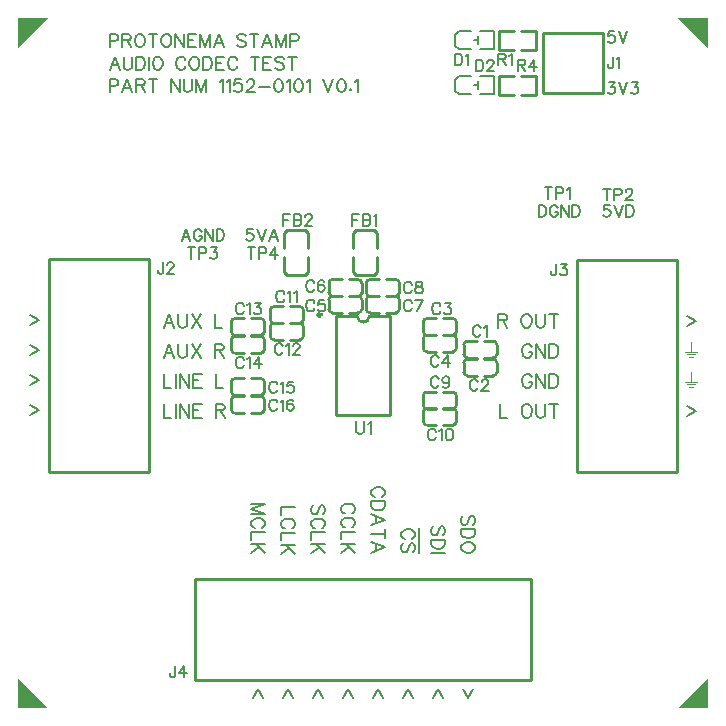
<source format=gto>
G04 Layer: TopSilkscreenLayer*
G04 Panelize: V-CUT, Column: 2, Row: 2, Board Size: 58.42mm x 58.42mm, Panelized Board Size: 118.84mm x 118.84mm*
G04 EasyEDA v6.5.34, 2023-09-29 09:18:30*
G04 c9dbed2a3e91448aa0af638ac9ff533e,5a6b42c53f6a479593ecc07194224c93,10*
G04 Gerber Generator version 0.2*
G04 Scale: 100 percent, Rotated: No, Reflected: No *
G04 Dimensions in millimeters *
G04 leading zeros omitted , absolute positions ,4 integer and 5 decimal *
%FSLAX45Y45*%
%MOMM*%

%ADD10C,0.1524*%
%ADD11C,0.1270*%
%ADD12C,0.2540*%
%ADD13C,0.1500*%
%ADD14C,0.3000*%
%ADD15C,0.0152*%

%LPD*%
G36*
X5697982Y3100578D02*
G01*
X5697982Y3013456D01*
X5645404Y3013456D01*
X5645404Y3005328D01*
X5759196Y3005328D01*
X5759196Y3013456D01*
X5706618Y3013456D01*
X5706618Y3100578D01*
G37*
G36*
X5664962Y2991866D02*
G01*
X5664962Y2983738D01*
X5739638Y2983738D01*
X5739638Y2991866D01*
G37*
G36*
X5682742Y2970022D02*
G01*
X5682742Y2962402D01*
X5721858Y2962402D01*
X5721858Y2970022D01*
G37*
G36*
X5697982Y2846578D02*
G01*
X5697982Y2759456D01*
X5645404Y2759456D01*
X5645404Y2751328D01*
X5759196Y2751328D01*
X5759196Y2759456D01*
X5706618Y2759456D01*
X5706618Y2846578D01*
G37*
G36*
X5664962Y2737866D02*
G01*
X5664962Y2729738D01*
X5739638Y2729738D01*
X5739638Y2737866D01*
G37*
G36*
X5682742Y2716022D02*
G01*
X5682742Y2708402D01*
X5721858Y2708402D01*
X5721858Y2716022D01*
G37*
D10*
X774700Y5322315D02*
G01*
X774700Y5213350D01*
X774700Y5322315D02*
G01*
X821436Y5322315D01*
X836929Y5317236D01*
X842263Y5311902D01*
X847344Y5301487D01*
X847344Y5285994D01*
X842263Y5275579D01*
X836929Y5270500D01*
X821436Y5265165D01*
X774700Y5265165D01*
X923289Y5322315D02*
G01*
X881634Y5213350D01*
X923289Y5322315D02*
G01*
X964945Y5213350D01*
X897381Y5249671D02*
G01*
X949197Y5249671D01*
X999236Y5322315D02*
G01*
X999236Y5213350D01*
X999236Y5322315D02*
G01*
X1045971Y5322315D01*
X1061465Y5317236D01*
X1066800Y5311902D01*
X1071879Y5301487D01*
X1071879Y5291073D01*
X1066800Y5280660D01*
X1061465Y5275579D01*
X1045971Y5270500D01*
X999236Y5270500D01*
X1035557Y5270500D02*
G01*
X1071879Y5213350D01*
X1142492Y5322315D02*
G01*
X1142492Y5213350D01*
X1106170Y5322315D02*
G01*
X1178813Y5322315D01*
X1293113Y5322315D02*
G01*
X1293113Y5213350D01*
X1293113Y5322315D02*
G01*
X1366012Y5213350D01*
X1366012Y5322315D02*
G01*
X1366012Y5213350D01*
X1400302Y5322315D02*
G01*
X1400302Y5244337D01*
X1405381Y5228844D01*
X1415795Y5218429D01*
X1431289Y5213350D01*
X1441704Y5213350D01*
X1457452Y5218429D01*
X1467865Y5228844D01*
X1472945Y5244337D01*
X1472945Y5322315D01*
X1507236Y5322315D02*
G01*
X1507236Y5213350D01*
X1507236Y5322315D02*
G01*
X1548892Y5213350D01*
X1590294Y5322315D02*
G01*
X1548892Y5213350D01*
X1590294Y5322315D02*
G01*
X1590294Y5213350D01*
X1704594Y5301487D02*
G01*
X1715007Y5306821D01*
X1730755Y5322315D01*
X1730755Y5213350D01*
X1765045Y5301487D02*
G01*
X1775460Y5306821D01*
X1790954Y5322315D01*
X1790954Y5213350D01*
X1887473Y5322315D02*
G01*
X1835657Y5322315D01*
X1830323Y5275579D01*
X1835657Y5280660D01*
X1851152Y5285994D01*
X1866900Y5285994D01*
X1882394Y5280660D01*
X1892807Y5270500D01*
X1897887Y5254752D01*
X1897887Y5244337D01*
X1892807Y5228844D01*
X1882394Y5218429D01*
X1866900Y5213350D01*
X1851152Y5213350D01*
X1835657Y5218429D01*
X1830323Y5223510D01*
X1825244Y5233923D01*
X1937511Y5296407D02*
G01*
X1937511Y5301487D01*
X1942591Y5311902D01*
X1947925Y5317236D01*
X1958340Y5322315D01*
X1978913Y5322315D01*
X1989327Y5317236D01*
X1994661Y5311902D01*
X1999741Y5301487D01*
X1999741Y5291073D01*
X1994661Y5280660D01*
X1984247Y5265165D01*
X1932177Y5213350D01*
X2005075Y5213350D01*
X2039365Y5260086D02*
G01*
X2132838Y5260086D01*
X2198370Y5322315D02*
G01*
X2182622Y5317236D01*
X2172208Y5301487D01*
X2167127Y5275579D01*
X2167127Y5260086D01*
X2172208Y5233923D01*
X2182622Y5218429D01*
X2198370Y5213350D01*
X2208529Y5213350D01*
X2224277Y5218429D01*
X2234691Y5233923D01*
X2239772Y5260086D01*
X2239772Y5275579D01*
X2234691Y5301487D01*
X2224277Y5317236D01*
X2208529Y5322315D01*
X2198370Y5322315D01*
X2274061Y5301487D02*
G01*
X2284475Y5306821D01*
X2299970Y5322315D01*
X2299970Y5213350D01*
X2365502Y5322315D02*
G01*
X2350008Y5317236D01*
X2339593Y5301487D01*
X2334259Y5275579D01*
X2334259Y5260086D01*
X2339593Y5233923D01*
X2350008Y5218429D01*
X2365502Y5213350D01*
X2375915Y5213350D01*
X2391409Y5218429D01*
X2401824Y5233923D01*
X2407158Y5260086D01*
X2407158Y5275579D01*
X2401824Y5301487D01*
X2391409Y5317236D01*
X2375915Y5322315D01*
X2365502Y5322315D01*
X2441447Y5301487D02*
G01*
X2451861Y5306821D01*
X2467356Y5322315D01*
X2467356Y5213350D01*
X2581656Y5322315D02*
G01*
X2623311Y5213350D01*
X2664713Y5322315D02*
G01*
X2623311Y5213350D01*
X2730245Y5322315D02*
G01*
X2714752Y5317236D01*
X2704338Y5301487D01*
X2699004Y5275579D01*
X2699004Y5260086D01*
X2704338Y5233923D01*
X2714752Y5218429D01*
X2730245Y5213350D01*
X2740659Y5213350D01*
X2756154Y5218429D01*
X2766568Y5233923D01*
X2771902Y5260086D01*
X2771902Y5275579D01*
X2766568Y5301487D01*
X2756154Y5317236D01*
X2740659Y5322315D01*
X2730245Y5322315D01*
X2811272Y5239257D02*
G01*
X2806191Y5233923D01*
X2811272Y5228844D01*
X2816606Y5233923D01*
X2811272Y5239257D01*
X2850895Y5301487D02*
G01*
X2861309Y5306821D01*
X2876804Y5322315D01*
X2876804Y5213350D01*
X816355Y5512815D02*
G01*
X774700Y5403850D01*
X816355Y5512815D02*
G01*
X857757Y5403850D01*
X790194Y5440171D02*
G01*
X842263Y5440171D01*
X892047Y5512815D02*
G01*
X892047Y5434837D01*
X897381Y5419344D01*
X907795Y5408929D01*
X923289Y5403850D01*
X933704Y5403850D01*
X949197Y5408929D01*
X959612Y5419344D01*
X964945Y5434837D01*
X964945Y5512815D01*
X999236Y5512815D02*
G01*
X999236Y5403850D01*
X999236Y5512815D02*
G01*
X1035557Y5512815D01*
X1051052Y5507736D01*
X1061465Y5497321D01*
X1066800Y5486907D01*
X1071879Y5471160D01*
X1071879Y5445252D01*
X1066800Y5429757D01*
X1061465Y5419344D01*
X1051052Y5408929D01*
X1035557Y5403850D01*
X999236Y5403850D01*
X1106170Y5512815D02*
G01*
X1106170Y5403850D01*
X1171702Y5512815D02*
G01*
X1161287Y5507736D01*
X1150873Y5497321D01*
X1145539Y5486907D01*
X1140460Y5471160D01*
X1140460Y5445252D01*
X1145539Y5429757D01*
X1150873Y5419344D01*
X1161287Y5408929D01*
X1171702Y5403850D01*
X1192529Y5403850D01*
X1202689Y5408929D01*
X1213104Y5419344D01*
X1218437Y5429757D01*
X1223518Y5445252D01*
X1223518Y5471160D01*
X1218437Y5486907D01*
X1213104Y5497321D01*
X1202689Y5507736D01*
X1192529Y5512815D01*
X1171702Y5512815D01*
X1415795Y5486907D02*
G01*
X1410715Y5497321D01*
X1400302Y5507736D01*
X1389887Y5512815D01*
X1369060Y5512815D01*
X1358645Y5507736D01*
X1348231Y5497321D01*
X1343152Y5486907D01*
X1337818Y5471160D01*
X1337818Y5445252D01*
X1343152Y5429757D01*
X1348231Y5419344D01*
X1358645Y5408929D01*
X1369060Y5403850D01*
X1389887Y5403850D01*
X1400302Y5408929D01*
X1410715Y5419344D01*
X1415795Y5429757D01*
X1481328Y5512815D02*
G01*
X1470913Y5507736D01*
X1460500Y5497321D01*
X1455420Y5486907D01*
X1450086Y5471160D01*
X1450086Y5445252D01*
X1455420Y5429757D01*
X1460500Y5419344D01*
X1470913Y5408929D01*
X1481328Y5403850D01*
X1502155Y5403850D01*
X1512570Y5408929D01*
X1522729Y5419344D01*
X1528063Y5429757D01*
X1533144Y5445252D01*
X1533144Y5471160D01*
X1528063Y5486907D01*
X1522729Y5497321D01*
X1512570Y5507736D01*
X1502155Y5512815D01*
X1481328Y5512815D01*
X1567434Y5512815D02*
G01*
X1567434Y5403850D01*
X1567434Y5512815D02*
G01*
X1604010Y5512815D01*
X1619504Y5507736D01*
X1629918Y5497321D01*
X1634997Y5486907D01*
X1640331Y5471160D01*
X1640331Y5445252D01*
X1634997Y5429757D01*
X1629918Y5419344D01*
X1619504Y5408929D01*
X1604010Y5403850D01*
X1567434Y5403850D01*
X1674621Y5512815D02*
G01*
X1674621Y5403850D01*
X1674621Y5512815D02*
G01*
X1742186Y5512815D01*
X1674621Y5461000D02*
G01*
X1716023Y5461000D01*
X1674621Y5403850D02*
G01*
X1742186Y5403850D01*
X1854200Y5486907D02*
G01*
X1849120Y5497321D01*
X1838705Y5507736D01*
X1828292Y5512815D01*
X1807463Y5512815D01*
X1797050Y5507736D01*
X1786889Y5497321D01*
X1781555Y5486907D01*
X1776476Y5471160D01*
X1776476Y5445252D01*
X1781555Y5429757D01*
X1786889Y5419344D01*
X1797050Y5408929D01*
X1807463Y5403850D01*
X1828292Y5403850D01*
X1838705Y5408929D01*
X1849120Y5419344D01*
X1854200Y5429757D01*
X2005075Y5512815D02*
G01*
X2005075Y5403850D01*
X1968500Y5512815D02*
G01*
X2041397Y5512815D01*
X2075688Y5512815D02*
G01*
X2075688Y5403850D01*
X2075688Y5512815D02*
G01*
X2143252Y5512815D01*
X2075688Y5461000D02*
G01*
X2117090Y5461000D01*
X2075688Y5403850D02*
G01*
X2143252Y5403850D01*
X2250186Y5497321D02*
G01*
X2239772Y5507736D01*
X2224277Y5512815D01*
X2203450Y5512815D01*
X2187956Y5507736D01*
X2177541Y5497321D01*
X2177541Y5486907D01*
X2182622Y5476494D01*
X2187956Y5471160D01*
X2198370Y5466079D01*
X2229358Y5455665D01*
X2239772Y5450586D01*
X2245106Y5445252D01*
X2250186Y5434837D01*
X2250186Y5419344D01*
X2239772Y5408929D01*
X2224277Y5403850D01*
X2203450Y5403850D01*
X2187956Y5408929D01*
X2177541Y5419344D01*
X2320797Y5512815D02*
G01*
X2320797Y5403850D01*
X2284475Y5512815D02*
G01*
X2357120Y5512815D01*
X774700Y5703315D02*
G01*
X774700Y5594350D01*
X774700Y5703315D02*
G01*
X821436Y5703315D01*
X836929Y5698236D01*
X842263Y5692902D01*
X847344Y5682487D01*
X847344Y5666994D01*
X842263Y5656579D01*
X836929Y5651500D01*
X821436Y5646165D01*
X774700Y5646165D01*
X881634Y5703315D02*
G01*
X881634Y5594350D01*
X881634Y5703315D02*
G01*
X928370Y5703315D01*
X944118Y5698236D01*
X949197Y5692902D01*
X954531Y5682487D01*
X954531Y5672073D01*
X949197Y5661660D01*
X944118Y5656579D01*
X928370Y5651500D01*
X881634Y5651500D01*
X918210Y5651500D02*
G01*
X954531Y5594350D01*
X1019810Y5703315D02*
G01*
X1009650Y5698236D01*
X999236Y5687821D01*
X993902Y5677407D01*
X988821Y5661660D01*
X988821Y5635752D01*
X993902Y5620257D01*
X999236Y5609844D01*
X1009650Y5599429D01*
X1019810Y5594350D01*
X1040637Y5594350D01*
X1051052Y5599429D01*
X1061465Y5609844D01*
X1066800Y5620257D01*
X1071879Y5635752D01*
X1071879Y5661660D01*
X1066800Y5677407D01*
X1061465Y5687821D01*
X1051052Y5698236D01*
X1040637Y5703315D01*
X1019810Y5703315D01*
X1142492Y5703315D02*
G01*
X1142492Y5594350D01*
X1106170Y5703315D02*
G01*
X1178813Y5703315D01*
X1244345Y5703315D02*
G01*
X1233931Y5698236D01*
X1223518Y5687821D01*
X1218437Y5677407D01*
X1213104Y5661660D01*
X1213104Y5635752D01*
X1218437Y5620257D01*
X1223518Y5609844D01*
X1233931Y5599429D01*
X1244345Y5594350D01*
X1265173Y5594350D01*
X1275587Y5599429D01*
X1286002Y5609844D01*
X1291081Y5620257D01*
X1296415Y5635752D01*
X1296415Y5661660D01*
X1291081Y5677407D01*
X1286002Y5687821D01*
X1275587Y5698236D01*
X1265173Y5703315D01*
X1244345Y5703315D01*
X1330705Y5703315D02*
G01*
X1330705Y5594350D01*
X1330705Y5703315D02*
G01*
X1403350Y5594350D01*
X1403350Y5703315D02*
G01*
X1403350Y5594350D01*
X1437639Y5703315D02*
G01*
X1437639Y5594350D01*
X1437639Y5703315D02*
G01*
X1505204Y5703315D01*
X1437639Y5651500D02*
G01*
X1479295Y5651500D01*
X1437639Y5594350D02*
G01*
X1505204Y5594350D01*
X1539494Y5703315D02*
G01*
X1539494Y5594350D01*
X1539494Y5703315D02*
G01*
X1581150Y5594350D01*
X1622552Y5703315D02*
G01*
X1581150Y5594350D01*
X1622552Y5703315D02*
G01*
X1622552Y5594350D01*
X1698497Y5703315D02*
G01*
X1656842Y5594350D01*
X1698497Y5703315D02*
G01*
X1739900Y5594350D01*
X1672589Y5630671D02*
G01*
X1724405Y5630671D01*
X1927097Y5687821D02*
G01*
X1916684Y5698236D01*
X1901189Y5703315D01*
X1880362Y5703315D01*
X1864613Y5698236D01*
X1854200Y5687821D01*
X1854200Y5677407D01*
X1859534Y5666994D01*
X1864613Y5661660D01*
X1875028Y5656579D01*
X1906270Y5646165D01*
X1916684Y5641086D01*
X1921763Y5635752D01*
X1927097Y5625337D01*
X1927097Y5609844D01*
X1916684Y5599429D01*
X1901189Y5594350D01*
X1880362Y5594350D01*
X1864613Y5599429D01*
X1854200Y5609844D01*
X1997709Y5703315D02*
G01*
X1997709Y5594350D01*
X1961388Y5703315D02*
G01*
X2034031Y5703315D01*
X2109977Y5703315D02*
G01*
X2068322Y5594350D01*
X2109977Y5703315D02*
G01*
X2151379Y5594350D01*
X2084070Y5630671D02*
G01*
X2135886Y5630671D01*
X2185670Y5703315D02*
G01*
X2185670Y5594350D01*
X2185670Y5703315D02*
G01*
X2227325Y5594350D01*
X2268981Y5703315D02*
G01*
X2227325Y5594350D01*
X2268981Y5703315D02*
G01*
X2268981Y5594350D01*
X2303272Y5703315D02*
G01*
X2303272Y5594350D01*
X2303272Y5703315D02*
G01*
X2350008Y5703315D01*
X2365502Y5698236D01*
X2370836Y5692902D01*
X2375915Y5682487D01*
X2375915Y5666994D01*
X2370836Y5656579D01*
X2365502Y5651500D01*
X2350008Y5646165D01*
X2303272Y5646165D01*
X5045709Y5726937D02*
G01*
X5000243Y5726937D01*
X4995672Y5686044D01*
X5000243Y5690615D01*
X5013706Y5695187D01*
X5027422Y5695187D01*
X5041138Y5690615D01*
X5050281Y5681471D01*
X5054854Y5668010D01*
X5054854Y5658865D01*
X5050281Y5645150D01*
X5041138Y5636005D01*
X5027422Y5631434D01*
X5013706Y5631434D01*
X5000243Y5636005D01*
X4995672Y5640578D01*
X4991100Y5649721D01*
X5084825Y5726937D02*
G01*
X5121147Y5631434D01*
X5157470Y5726937D02*
G01*
X5121147Y5631434D01*
X5036565Y5511037D02*
G01*
X5036565Y5438394D01*
X5031993Y5424678D01*
X5027422Y5420105D01*
X5018277Y5415534D01*
X5009388Y5415534D01*
X5000243Y5420105D01*
X4995672Y5424678D01*
X4991100Y5438394D01*
X4991100Y5447537D01*
X5066538Y5493004D02*
G01*
X5075681Y5497576D01*
X5089397Y5511037D01*
X5089397Y5415534D01*
X5000243Y5295137D02*
G01*
X5050281Y5295137D01*
X5022850Y5258815D01*
X5036565Y5258815D01*
X5045709Y5254244D01*
X5050281Y5249671D01*
X5054854Y5236210D01*
X5054854Y5227065D01*
X5050281Y5213350D01*
X5041138Y5204205D01*
X5027422Y5199634D01*
X5013706Y5199634D01*
X5000243Y5204205D01*
X4995672Y5208778D01*
X4991100Y5217921D01*
X5084825Y5295137D02*
G01*
X5121147Y5199634D01*
X5157470Y5295137D02*
G01*
X5121147Y5199634D01*
X5196586Y5295137D02*
G01*
X5246624Y5295137D01*
X5219191Y5258815D01*
X5232908Y5258815D01*
X5242052Y5254244D01*
X5246624Y5249671D01*
X5251195Y5236210D01*
X5251195Y5227065D01*
X5246624Y5213350D01*
X5237479Y5204205D01*
X5223763Y5199634D01*
X5210302Y5199634D01*
X5196586Y5204205D01*
X5192013Y5208778D01*
X5187441Y5217921D01*
X3848963Y155905D02*
G01*
X3808069Y83261D01*
X3767175Y155905D01*
X3594973Y83215D02*
G01*
X3554079Y156113D01*
X3513185Y83215D01*
X3340973Y83215D02*
G01*
X3300079Y156113D01*
X3259185Y83215D01*
X3086973Y83215D02*
G01*
X3046079Y156113D01*
X3005185Y83215D01*
X2832973Y83215D02*
G01*
X2792079Y156113D01*
X2751185Y83215D01*
X2578973Y83215D02*
G01*
X2538079Y156113D01*
X2497185Y83215D01*
X2324973Y83215D02*
G01*
X2284079Y156113D01*
X2243185Y83215D01*
X2070973Y83215D02*
G01*
X2030079Y156113D01*
X1989185Y83215D01*
X1328165Y354837D02*
G01*
X1328165Y282194D01*
X1323594Y268478D01*
X1319021Y263905D01*
X1309878Y259334D01*
X1300987Y259334D01*
X1291844Y263905D01*
X1287271Y268478D01*
X1282700Y282194D01*
X1282700Y291337D01*
X1403604Y354837D02*
G01*
X1358137Y291337D01*
X1426210Y291337D01*
X1403604Y354837D02*
G01*
X1403604Y259334D01*
X5664200Y3313176D02*
G01*
X5736843Y3272281D01*
X5664200Y3231134D01*
X5664200Y2551176D02*
G01*
X5736843Y2510281D01*
X5664200Y2469134D01*
X4553965Y3758437D02*
G01*
X4553965Y3685794D01*
X4549393Y3672078D01*
X4544822Y3667505D01*
X4535677Y3662934D01*
X4526788Y3662934D01*
X4517643Y3667505D01*
X4513072Y3672078D01*
X4508500Y3685794D01*
X4508500Y3694937D01*
X4593081Y3758437D02*
G01*
X4643120Y3758437D01*
X4615688Y3722115D01*
X4629404Y3722115D01*
X4638547Y3717544D01*
X4643120Y3712971D01*
X4647691Y3699510D01*
X4647691Y3690365D01*
X4643120Y3676650D01*
X4633975Y3667505D01*
X4620259Y3662934D01*
X4606797Y3662934D01*
X4593081Y3667505D01*
X4588509Y3672078D01*
X4583938Y3681221D01*
X4064000Y3334257D02*
G01*
X4064000Y3219704D01*
X4064000Y3334257D02*
G01*
X4113022Y3334257D01*
X4129531Y3328670D01*
X4134865Y3323336D01*
X4140454Y3312413D01*
X4140454Y3301492D01*
X4134865Y3290570D01*
X4129531Y3284981D01*
X4113022Y3279647D01*
X4064000Y3279647D01*
X4102100Y3279647D02*
G01*
X4140454Y3219704D01*
X4293108Y3334257D02*
G01*
X4282186Y3328670D01*
X4271263Y3317747D01*
X4265929Y3306826D01*
X4260341Y3290570D01*
X4260341Y3263392D01*
X4265929Y3246881D01*
X4271263Y3235960D01*
X4282186Y3225037D01*
X4293108Y3219704D01*
X4314952Y3219704D01*
X4325874Y3225037D01*
X4336795Y3235960D01*
X4342129Y3246881D01*
X4347718Y3263392D01*
X4347718Y3290570D01*
X4342129Y3306826D01*
X4336795Y3317747D01*
X4325874Y3328670D01*
X4314952Y3334257D01*
X4293108Y3334257D01*
X4383531Y3334257D02*
G01*
X4383531Y3252470D01*
X4389120Y3235960D01*
X4400041Y3225037D01*
X4416297Y3219704D01*
X4427220Y3219704D01*
X4443729Y3225037D01*
X4454652Y3235960D01*
X4459986Y3252470D01*
X4459986Y3334257D01*
X4534154Y3334257D02*
G01*
X4534154Y3219704D01*
X4496054Y3334257D02*
G01*
X4572254Y3334257D01*
X4076700Y2572257D02*
G01*
X4076700Y2457704D01*
X4076700Y2457704D02*
G01*
X4142231Y2457704D01*
X4294886Y2572257D02*
G01*
X4283963Y2566670D01*
X4273041Y2555747D01*
X4267708Y2544826D01*
X4262120Y2528570D01*
X4262120Y2501392D01*
X4267708Y2484881D01*
X4273041Y2473960D01*
X4283963Y2463037D01*
X4294886Y2457704D01*
X4316729Y2457704D01*
X4327652Y2463037D01*
X4338574Y2473960D01*
X4343908Y2484881D01*
X4349495Y2501392D01*
X4349495Y2528570D01*
X4343908Y2544826D01*
X4338574Y2555747D01*
X4327652Y2566670D01*
X4316729Y2572257D01*
X4294886Y2572257D01*
X4385309Y2572257D02*
G01*
X4385309Y2490470D01*
X4390897Y2473960D01*
X4401820Y2463037D01*
X4418075Y2457704D01*
X4428997Y2457704D01*
X4445508Y2463037D01*
X4456429Y2473960D01*
X4461763Y2490470D01*
X4461763Y2572257D01*
X4535931Y2572257D02*
G01*
X4535931Y2457704D01*
X4497831Y2572257D02*
G01*
X4574031Y2572257D01*
X4348988Y2798826D02*
G01*
X4343654Y2809747D01*
X4332731Y2820670D01*
X4321809Y2826257D01*
X4299965Y2826257D01*
X4289043Y2820670D01*
X4278122Y2809747D01*
X4272534Y2798826D01*
X4267200Y2782570D01*
X4267200Y2755392D01*
X4272534Y2738881D01*
X4278122Y2727960D01*
X4289043Y2717037D01*
X4299965Y2711704D01*
X4321809Y2711704D01*
X4332731Y2717037D01*
X4343654Y2727960D01*
X4348988Y2738881D01*
X4348988Y2755392D01*
X4321809Y2755392D02*
G01*
X4348988Y2755392D01*
X4385056Y2826257D02*
G01*
X4385056Y2711704D01*
X4385056Y2826257D02*
G01*
X4461256Y2711704D01*
X4461256Y2826257D02*
G01*
X4461256Y2711704D01*
X4497324Y2826257D02*
G01*
X4497324Y2711704D01*
X4497324Y2826257D02*
G01*
X4535677Y2826257D01*
X4551934Y2820670D01*
X4562856Y2809747D01*
X4568190Y2798826D01*
X4573777Y2782570D01*
X4573777Y2755392D01*
X4568190Y2738881D01*
X4562856Y2727960D01*
X4551934Y2717037D01*
X4535677Y2711704D01*
X4497324Y2711704D01*
X4348988Y3052826D02*
G01*
X4343654Y3063747D01*
X4332731Y3074670D01*
X4321809Y3080257D01*
X4299965Y3080257D01*
X4289043Y3074670D01*
X4278122Y3063747D01*
X4272534Y3052826D01*
X4267200Y3036570D01*
X4267200Y3009392D01*
X4272534Y2992881D01*
X4278122Y2981960D01*
X4289043Y2971037D01*
X4299965Y2965704D01*
X4321809Y2965704D01*
X4332731Y2971037D01*
X4343654Y2981960D01*
X4348988Y2992881D01*
X4348988Y3009392D01*
X4321809Y3009392D02*
G01*
X4348988Y3009392D01*
X4385056Y3080257D02*
G01*
X4385056Y2965704D01*
X4385056Y3080257D02*
G01*
X4461256Y2965704D01*
X4461256Y3080257D02*
G01*
X4461256Y2965704D01*
X4497324Y3080257D02*
G01*
X4497324Y2965704D01*
X4497324Y3080257D02*
G01*
X4535677Y3080257D01*
X4551934Y3074670D01*
X4562856Y3063747D01*
X4568190Y3052826D01*
X4573777Y3036570D01*
X4573777Y3009392D01*
X4568190Y2992881D01*
X4562856Y2981960D01*
X4551934Y2971037D01*
X4535677Y2965704D01*
X4497324Y2965704D01*
X1275562Y3334257D02*
G01*
X1231874Y3219704D01*
X1275562Y3334257D02*
G01*
X1319250Y3219704D01*
X1248384Y3257804D02*
G01*
X1302740Y3257804D01*
X1355064Y3334257D02*
G01*
X1355064Y3252470D01*
X1360652Y3235960D01*
X1371574Y3225037D01*
X1387830Y3219704D01*
X1398752Y3219704D01*
X1415262Y3225037D01*
X1426184Y3235960D01*
X1431518Y3252470D01*
X1431518Y3334257D01*
X1467586Y3334257D02*
G01*
X1543786Y3219704D01*
X1543786Y3334257D02*
G01*
X1467586Y3219704D01*
X1663928Y3334257D02*
G01*
X1663928Y3219704D01*
X1663928Y3219704D02*
G01*
X1729460Y3219704D01*
X1226555Y3771155D02*
G01*
X1226555Y3698511D01*
X1221983Y3684795D01*
X1217411Y3680223D01*
X1208267Y3675651D01*
X1199377Y3675651D01*
X1190233Y3680223D01*
X1185661Y3684795D01*
X1181089Y3698511D01*
X1181089Y3707655D01*
X1261099Y3748549D02*
G01*
X1261099Y3753121D01*
X1265671Y3762011D01*
X1270243Y3766583D01*
X1279387Y3771155D01*
X1297421Y3771155D01*
X1306565Y3766583D01*
X1311137Y3762011D01*
X1315709Y3753121D01*
X1315709Y3743977D01*
X1311137Y3734833D01*
X1301993Y3721117D01*
X1256527Y3675651D01*
X1320281Y3675651D01*
X101625Y2563368D02*
G01*
X174269Y2522473D01*
X101625Y2481326D01*
X101625Y3325368D02*
G01*
X174269Y3284473D01*
X101625Y3243326D01*
X101625Y3071368D02*
G01*
X174269Y3030473D01*
X101625Y2989326D01*
X101625Y2817368D02*
G01*
X174269Y2776473D01*
X101625Y2735326D01*
X1275587Y3080257D02*
G01*
X1231900Y2965704D01*
X1275587Y3080257D02*
G01*
X1319276Y2965704D01*
X1248155Y3003804D02*
G01*
X1302765Y3003804D01*
X1355089Y3080257D02*
G01*
X1355089Y2998470D01*
X1360678Y2981960D01*
X1371600Y2971037D01*
X1387855Y2965704D01*
X1398778Y2965704D01*
X1415287Y2971037D01*
X1425955Y2981960D01*
X1431544Y2998470D01*
X1431544Y3080257D01*
X1467612Y3080257D02*
G01*
X1543812Y2965704D01*
X1543812Y3080257D02*
G01*
X1467612Y2965704D01*
X1663954Y3080257D02*
G01*
X1663954Y2965704D01*
X1663954Y3080257D02*
G01*
X1712976Y3080257D01*
X1729231Y3074670D01*
X1734820Y3069336D01*
X1740154Y3058413D01*
X1740154Y3047492D01*
X1734820Y3036570D01*
X1729231Y3030981D01*
X1712976Y3025647D01*
X1663954Y3025647D01*
X1702054Y3025647D02*
G01*
X1740154Y2965704D01*
X1231900Y2826257D02*
G01*
X1231900Y2711704D01*
X1231900Y2711704D02*
G01*
X1297431Y2711704D01*
X1333245Y2826257D02*
G01*
X1333245Y2711704D01*
X1369313Y2826257D02*
G01*
X1369313Y2711704D01*
X1369313Y2826257D02*
G01*
X1445768Y2711704D01*
X1445768Y2826257D02*
G01*
X1445768Y2711704D01*
X1481836Y2826257D02*
G01*
X1481836Y2711704D01*
X1481836Y2826257D02*
G01*
X1552702Y2826257D01*
X1481836Y2771647D02*
G01*
X1525270Y2771647D01*
X1481836Y2711704D02*
G01*
X1552702Y2711704D01*
X1672589Y2826257D02*
G01*
X1672589Y2711704D01*
X1672589Y2711704D02*
G01*
X1738121Y2711704D01*
X1231900Y2572257D02*
G01*
X1231900Y2457704D01*
X1231900Y2457704D02*
G01*
X1297431Y2457704D01*
X1333245Y2572257D02*
G01*
X1333245Y2457704D01*
X1369313Y2572257D02*
G01*
X1369313Y2457704D01*
X1369313Y2572257D02*
G01*
X1445768Y2457704D01*
X1445768Y2572257D02*
G01*
X1445768Y2457704D01*
X1481836Y2572257D02*
G01*
X1481836Y2457704D01*
X1481836Y2572257D02*
G01*
X1552702Y2572257D01*
X1481836Y2517647D02*
G01*
X1525270Y2517647D01*
X1481836Y2457704D02*
G01*
X1552702Y2457704D01*
X1672589Y2572257D02*
G01*
X1672589Y2457704D01*
X1672589Y2572257D02*
G01*
X1721612Y2572257D01*
X1738121Y2566670D01*
X1743455Y2561336D01*
X1749044Y2550413D01*
X1749044Y2539492D01*
X1743455Y2528570D01*
X1738121Y2522981D01*
X1721612Y2517647D01*
X1672589Y2517647D01*
X1710689Y2517647D02*
G01*
X1749044Y2457704D01*
X2089632Y1727301D02*
G01*
X1975078Y1727301D01*
X2089632Y1727301D02*
G01*
X1975078Y1683613D01*
X2089632Y1639925D02*
G01*
X1975078Y1683613D01*
X2089632Y1639925D02*
G01*
X1975078Y1639925D01*
X2062200Y1522069D02*
G01*
X2073122Y1527657D01*
X2084044Y1538579D01*
X2089632Y1549501D01*
X2089632Y1571091D01*
X2084044Y1582013D01*
X2073122Y1592935D01*
X2062200Y1598523D01*
X2045944Y1603857D01*
X2018766Y1603857D01*
X2002256Y1598523D01*
X1991334Y1592935D01*
X1980412Y1582013D01*
X1975078Y1571091D01*
X1975078Y1549501D01*
X1980412Y1538579D01*
X1991334Y1527657D01*
X2002256Y1522069D01*
X2089632Y1486001D02*
G01*
X1975078Y1486001D01*
X1975078Y1486001D02*
G01*
X1975078Y1420723D01*
X2089632Y1384655D02*
G01*
X1975078Y1384655D01*
X2089632Y1308201D02*
G01*
X2013178Y1384655D01*
X2040610Y1357477D02*
G01*
X1975078Y1308201D01*
X2343658Y1701800D02*
G01*
X2229104Y1701800D01*
X2229104Y1701800D02*
G01*
X2229104Y1636268D01*
X2316225Y1518412D02*
G01*
X2327147Y1524000D01*
X2338070Y1534921D01*
X2343658Y1545844D01*
X2343658Y1567687D01*
X2338070Y1578610D01*
X2327147Y1589531D01*
X2316225Y1594865D01*
X2299970Y1600454D01*
X2272791Y1600454D01*
X2256281Y1594865D01*
X2245359Y1589531D01*
X2234438Y1578610D01*
X2229104Y1567687D01*
X2229104Y1545844D01*
X2234438Y1534921D01*
X2245359Y1524000D01*
X2256281Y1518412D01*
X2343658Y1482597D02*
G01*
X2229104Y1482597D01*
X2229104Y1482597D02*
G01*
X2229104Y1417065D01*
X2343658Y1380997D02*
G01*
X2229104Y1380997D01*
X2343658Y1304797D02*
G01*
X2267204Y1380997D01*
X2294381Y1353820D02*
G01*
X2229104Y1304797D01*
X2581147Y1638045D02*
G01*
X2592070Y1648968D01*
X2597658Y1665478D01*
X2597658Y1687321D01*
X2592070Y1703578D01*
X2581147Y1714500D01*
X2570225Y1714500D01*
X2559304Y1709165D01*
X2553970Y1703578D01*
X2548381Y1692655D01*
X2537713Y1659889D01*
X2532125Y1648968D01*
X2526791Y1643634D01*
X2515870Y1638045D01*
X2499359Y1638045D01*
X2488438Y1648968D01*
X2483104Y1665478D01*
X2483104Y1687321D01*
X2488438Y1703578D01*
X2499359Y1714500D01*
X2570225Y1520444D02*
G01*
X2581147Y1525778D01*
X2592070Y1536700D01*
X2597658Y1547621D01*
X2597658Y1569465D01*
X2592070Y1580387D01*
X2581147Y1591310D01*
X2570225Y1596644D01*
X2553970Y1602231D01*
X2526791Y1602231D01*
X2510281Y1596644D01*
X2499359Y1591310D01*
X2488438Y1580387D01*
X2483104Y1569465D01*
X2483104Y1547621D01*
X2488438Y1536700D01*
X2499359Y1525778D01*
X2510281Y1520444D01*
X2597658Y1484376D02*
G01*
X2483104Y1484376D01*
X2483104Y1484376D02*
G01*
X2483104Y1418844D01*
X2597658Y1382776D02*
G01*
X2483104Y1382776D01*
X2597658Y1306576D02*
G01*
X2521204Y1382776D01*
X2548381Y1355597D02*
G01*
X2483104Y1306576D01*
X2824225Y1645412D02*
G01*
X2835147Y1650745D01*
X2846070Y1661668D01*
X2851658Y1672589D01*
X2851658Y1694434D01*
X2846070Y1705355D01*
X2835147Y1716278D01*
X2824225Y1721865D01*
X2807970Y1727200D01*
X2780791Y1727200D01*
X2764281Y1721865D01*
X2753359Y1716278D01*
X2742438Y1705355D01*
X2737104Y1694434D01*
X2737104Y1672589D01*
X2742438Y1661668D01*
X2753359Y1650745D01*
X2764281Y1645412D01*
X2824225Y1527555D02*
G01*
X2835147Y1533144D01*
X2846070Y1543812D01*
X2851658Y1554734D01*
X2851658Y1576578D01*
X2846070Y1587500D01*
X2835147Y1598421D01*
X2824225Y1604010D01*
X2807970Y1609344D01*
X2780791Y1609344D01*
X2764281Y1604010D01*
X2753359Y1598421D01*
X2742438Y1587500D01*
X2737104Y1576578D01*
X2737104Y1554734D01*
X2742438Y1543812D01*
X2753359Y1533144D01*
X2764281Y1527555D01*
X2851658Y1491487D02*
G01*
X2737104Y1491487D01*
X2737104Y1491487D02*
G01*
X2737104Y1426210D01*
X2851658Y1390142D02*
G01*
X2737104Y1390142D01*
X2851658Y1313687D02*
G01*
X2775204Y1390142D01*
X2802381Y1362963D02*
G01*
X2737104Y1313687D01*
X3078225Y1785112D02*
G01*
X3089147Y1790445D01*
X3100070Y1801368D01*
X3105658Y1812289D01*
X3105658Y1834134D01*
X3100070Y1845055D01*
X3089147Y1855978D01*
X3078225Y1861565D01*
X3061970Y1866900D01*
X3034791Y1866900D01*
X3018281Y1861565D01*
X3007359Y1855978D01*
X2996438Y1845055D01*
X2991104Y1834134D01*
X2991104Y1812289D01*
X2996438Y1801368D01*
X3007359Y1790445D01*
X3018281Y1785112D01*
X3105658Y1749044D02*
G01*
X2991104Y1749044D01*
X3105658Y1749044D02*
G01*
X3105658Y1710944D01*
X3100070Y1694434D01*
X3089147Y1683512D01*
X3078225Y1678178D01*
X3061970Y1672844D01*
X3034791Y1672844D01*
X3018281Y1678178D01*
X3007359Y1683512D01*
X2996438Y1694434D01*
X2991104Y1710944D01*
X2991104Y1749044D01*
X3105658Y1593087D02*
G01*
X2991104Y1636776D01*
X3105658Y1593087D02*
G01*
X2991104Y1549400D01*
X3029204Y1620265D02*
G01*
X3029204Y1565910D01*
X3105658Y1475231D02*
G01*
X2991104Y1475231D01*
X3105658Y1513331D02*
G01*
X3105658Y1437131D01*
X3105658Y1357376D02*
G01*
X2991104Y1401063D01*
X3105658Y1357376D02*
G01*
X2991104Y1313687D01*
X3029204Y1384807D02*
G01*
X3029204Y1330197D01*
X3332225Y1429512D02*
G01*
X3343147Y1434845D01*
X3354070Y1445768D01*
X3359658Y1456689D01*
X3359658Y1478534D01*
X3354070Y1489455D01*
X3343147Y1500378D01*
X3332225Y1505965D01*
X3315970Y1511300D01*
X3288791Y1511300D01*
X3272281Y1505965D01*
X3261359Y1500378D01*
X3250438Y1489455D01*
X3245104Y1478534D01*
X3245104Y1456689D01*
X3250438Y1445768D01*
X3261359Y1434845D01*
X3272281Y1429512D01*
X3343147Y1317244D02*
G01*
X3354070Y1327912D01*
X3359658Y1344421D01*
X3359658Y1366265D01*
X3354070Y1382521D01*
X3343147Y1393444D01*
X3332225Y1393444D01*
X3321304Y1388110D01*
X3315970Y1382521D01*
X3310381Y1371600D01*
X3299713Y1338834D01*
X3294125Y1327912D01*
X3288791Y1322578D01*
X3277870Y1317244D01*
X3261359Y1317244D01*
X3250438Y1327912D01*
X3245104Y1344421D01*
X3245104Y1366265D01*
X3250438Y1382521D01*
X3261359Y1393444D01*
X3597147Y1460245D02*
G01*
X3608070Y1471168D01*
X3613658Y1487678D01*
X3613658Y1509521D01*
X3608070Y1525778D01*
X3597147Y1536700D01*
X3586225Y1536700D01*
X3575304Y1531365D01*
X3569970Y1525778D01*
X3564381Y1514855D01*
X3553713Y1482089D01*
X3548125Y1471168D01*
X3542791Y1465834D01*
X3531870Y1460245D01*
X3515359Y1460245D01*
X3504438Y1471168D01*
X3499104Y1487678D01*
X3499104Y1509521D01*
X3504438Y1525778D01*
X3515359Y1536700D01*
X3613658Y1424431D02*
G01*
X3499104Y1424431D01*
X3613658Y1424431D02*
G01*
X3613658Y1386078D01*
X3608070Y1369821D01*
X3597147Y1358900D01*
X3586225Y1353312D01*
X3569970Y1347978D01*
X3542791Y1347978D01*
X3526281Y1353312D01*
X3515359Y1358900D01*
X3504438Y1369821D01*
X3499104Y1386078D01*
X3499104Y1424431D01*
X3613658Y1311910D02*
G01*
X3499104Y1311910D01*
X3851147Y1549145D02*
G01*
X3862070Y1560068D01*
X3867658Y1576578D01*
X3867658Y1598421D01*
X3862070Y1614678D01*
X3851147Y1625600D01*
X3840225Y1625600D01*
X3829304Y1620265D01*
X3823970Y1614678D01*
X3818381Y1603755D01*
X3807713Y1570989D01*
X3802125Y1560068D01*
X3796791Y1554734D01*
X3785870Y1549145D01*
X3769359Y1549145D01*
X3758438Y1560068D01*
X3753104Y1576578D01*
X3753104Y1598421D01*
X3758438Y1614678D01*
X3769359Y1625600D01*
X3867658Y1513331D02*
G01*
X3753104Y1513331D01*
X3867658Y1513331D02*
G01*
X3867658Y1474978D01*
X3862070Y1458721D01*
X3851147Y1447800D01*
X3840225Y1442212D01*
X3823970Y1436878D01*
X3796791Y1436878D01*
X3780281Y1442212D01*
X3769359Y1447800D01*
X3758438Y1458721D01*
X3753104Y1474978D01*
X3753104Y1513331D01*
X3867658Y1368044D02*
G01*
X3862070Y1378965D01*
X3851147Y1389887D01*
X3840225Y1395476D01*
X3823970Y1400810D01*
X3796791Y1400810D01*
X3780281Y1395476D01*
X3769359Y1389887D01*
X3758438Y1378965D01*
X3753104Y1368044D01*
X3753104Y1346454D01*
X3758438Y1335531D01*
X3769359Y1324610D01*
X3780281Y1319021D01*
X3796791Y1313687D01*
X3823970Y1313687D01*
X3840225Y1319021D01*
X3851147Y1324610D01*
X3862070Y1335531D01*
X3867658Y1346454D01*
X3867658Y1368044D01*
X4489450Y4406137D02*
G01*
X4489450Y4310634D01*
X4457700Y4406137D02*
G01*
X4521454Y4406137D01*
X4551425Y4406137D02*
G01*
X4551425Y4310634D01*
X4551425Y4406137D02*
G01*
X4592320Y4406137D01*
X4605781Y4401565D01*
X4610354Y4396994D01*
X4614925Y4388104D01*
X4614925Y4374387D01*
X4610354Y4365244D01*
X4605781Y4360671D01*
X4592320Y4356100D01*
X4551425Y4356100D01*
X4644897Y4388104D02*
G01*
X4654041Y4392676D01*
X4667758Y4406137D01*
X4667758Y4310634D01*
X4984750Y4393437D02*
G01*
X4984750Y4297934D01*
X4953000Y4393437D02*
G01*
X5016754Y4393437D01*
X5046725Y4393437D02*
G01*
X5046725Y4297934D01*
X5046725Y4393437D02*
G01*
X5087620Y4393437D01*
X5101081Y4388865D01*
X5105654Y4384294D01*
X5110225Y4375404D01*
X5110225Y4361687D01*
X5105654Y4352544D01*
X5101081Y4347971D01*
X5087620Y4343400D01*
X5046725Y4343400D01*
X5144770Y4370831D02*
G01*
X5144770Y4375404D01*
X5149341Y4384294D01*
X5153913Y4388865D01*
X5163058Y4393437D01*
X5181091Y4393437D01*
X5190236Y4388865D01*
X5194808Y4384294D01*
X5199379Y4375404D01*
X5199379Y4366260D01*
X5194808Y4357115D01*
X5185663Y4343400D01*
X5140197Y4297934D01*
X5203952Y4297934D01*
X1466850Y3898137D02*
G01*
X1466850Y3802634D01*
X1435100Y3898137D02*
G01*
X1498854Y3898137D01*
X1528826Y3898137D02*
G01*
X1528826Y3802634D01*
X1528826Y3898137D02*
G01*
X1569720Y3898137D01*
X1583181Y3893565D01*
X1587754Y3888994D01*
X1592326Y3880104D01*
X1592326Y3866387D01*
X1587754Y3857244D01*
X1583181Y3852671D01*
X1569720Y3848100D01*
X1528826Y3848100D01*
X1631442Y3898137D02*
G01*
X1681479Y3898137D01*
X1654302Y3861815D01*
X1667763Y3861815D01*
X1676907Y3857244D01*
X1681479Y3852671D01*
X1686052Y3839210D01*
X1686052Y3830065D01*
X1681479Y3816350D01*
X1672336Y3807205D01*
X1658620Y3802634D01*
X1645157Y3802634D01*
X1631442Y3807205D01*
X1626870Y3811778D01*
X1622297Y3820921D01*
X1974850Y3898137D02*
G01*
X1974850Y3802634D01*
X1943100Y3898137D02*
G01*
X2006854Y3898137D01*
X2036825Y3898137D02*
G01*
X2036825Y3802634D01*
X2036825Y3898137D02*
G01*
X2077720Y3898137D01*
X2091181Y3893565D01*
X2095754Y3888994D01*
X2100325Y3880104D01*
X2100325Y3866387D01*
X2095754Y3857244D01*
X2091181Y3852671D01*
X2077720Y3848100D01*
X2036825Y3848100D01*
X2175763Y3898137D02*
G01*
X2130297Y3834637D01*
X2198624Y3834637D01*
X2175763Y3898137D02*
G01*
X2175763Y3802634D01*
X4406900Y4253737D02*
G01*
X4406900Y4158234D01*
X4406900Y4253737D02*
G01*
X4438650Y4253737D01*
X4452365Y4249165D01*
X4461509Y4240276D01*
X4466081Y4231131D01*
X4470654Y4217415D01*
X4470654Y4194810D01*
X4466081Y4181094D01*
X4461509Y4171950D01*
X4452365Y4162805D01*
X4438650Y4158234D01*
X4406900Y4158234D01*
X4568697Y4231131D02*
G01*
X4564125Y4240276D01*
X4554981Y4249165D01*
X4546091Y4253737D01*
X4527804Y4253737D01*
X4518659Y4249165D01*
X4509515Y4240276D01*
X4505197Y4231131D01*
X4500625Y4217415D01*
X4500625Y4194810D01*
X4505197Y4181094D01*
X4509515Y4171950D01*
X4518659Y4162805D01*
X4527804Y4158234D01*
X4546091Y4158234D01*
X4554981Y4162805D01*
X4564125Y4171950D01*
X4568697Y4181094D01*
X4568697Y4194810D01*
X4546091Y4194810D02*
G01*
X4568697Y4194810D01*
X4598670Y4253737D02*
G01*
X4598670Y4158234D01*
X4598670Y4253737D02*
G01*
X4662424Y4158234D01*
X4662424Y4253737D02*
G01*
X4662424Y4158234D01*
X4692395Y4253737D02*
G01*
X4692395Y4158234D01*
X4692395Y4253737D02*
G01*
X4724145Y4253737D01*
X4737861Y4249165D01*
X4747006Y4240276D01*
X4751324Y4231131D01*
X4755895Y4217415D01*
X4755895Y4194810D01*
X4751324Y4181094D01*
X4747006Y4171950D01*
X4737861Y4162805D01*
X4724145Y4158234D01*
X4692395Y4158234D01*
X5007609Y4253737D02*
G01*
X4962143Y4253737D01*
X4957572Y4212844D01*
X4962143Y4217415D01*
X4975606Y4221987D01*
X4989322Y4221987D01*
X5003038Y4217415D01*
X5012181Y4208271D01*
X5016754Y4194810D01*
X5016754Y4185665D01*
X5012181Y4171950D01*
X5003038Y4162805D01*
X4989322Y4158234D01*
X4975606Y4158234D01*
X4962143Y4162805D01*
X4957572Y4167378D01*
X4953000Y4176521D01*
X5046725Y4253737D02*
G01*
X5083047Y4158234D01*
X5119370Y4253737D02*
G01*
X5083047Y4158234D01*
X5149341Y4253737D02*
G01*
X5149341Y4158234D01*
X5149341Y4253737D02*
G01*
X5181091Y4253737D01*
X5194808Y4249165D01*
X5203952Y4240276D01*
X5208524Y4231131D01*
X5213095Y4217415D01*
X5213095Y4194810D01*
X5208524Y4181094D01*
X5203952Y4171950D01*
X5194808Y4162805D01*
X5181091Y4158234D01*
X5149341Y4158234D01*
X1420621Y4050537D02*
G01*
X1384300Y3955034D01*
X1420621Y4050537D02*
G01*
X1456944Y3955034D01*
X1398015Y3987037D02*
G01*
X1443481Y3987037D01*
X1555242Y4027931D02*
G01*
X1550670Y4037076D01*
X1541526Y4045965D01*
X1532381Y4050537D01*
X1514347Y4050537D01*
X1505204Y4045965D01*
X1496060Y4037076D01*
X1491487Y4027931D01*
X1486915Y4014215D01*
X1486915Y3991610D01*
X1491487Y3977894D01*
X1496060Y3968750D01*
X1505204Y3959605D01*
X1514347Y3955034D01*
X1532381Y3955034D01*
X1541526Y3959605D01*
X1550670Y3968750D01*
X1555242Y3977894D01*
X1555242Y3991610D01*
X1532381Y3991610D02*
G01*
X1555242Y3991610D01*
X1585213Y4050537D02*
G01*
X1585213Y3955034D01*
X1585213Y4050537D02*
G01*
X1648968Y3955034D01*
X1648968Y4050537D02*
G01*
X1648968Y3955034D01*
X1678939Y4050537D02*
G01*
X1678939Y3955034D01*
X1678939Y4050537D02*
G01*
X1710689Y4050537D01*
X1724405Y4045965D01*
X1733295Y4037076D01*
X1737868Y4027931D01*
X1742439Y4014215D01*
X1742439Y3991610D01*
X1737868Y3977894D01*
X1733295Y3968750D01*
X1724405Y3959605D01*
X1710689Y3955034D01*
X1678939Y3955034D01*
X1985009Y4050537D02*
G01*
X1939543Y4050537D01*
X1934972Y4009644D01*
X1939543Y4014215D01*
X1953006Y4018787D01*
X1966722Y4018787D01*
X1980438Y4014215D01*
X1989581Y4005071D01*
X1994154Y3991610D01*
X1994154Y3982465D01*
X1989581Y3968750D01*
X1980438Y3959605D01*
X1966722Y3955034D01*
X1953006Y3955034D01*
X1939543Y3959605D01*
X1934972Y3964178D01*
X1930400Y3973321D01*
X2024125Y4050537D02*
G01*
X2060447Y3955034D01*
X2096770Y4050537D02*
G01*
X2060447Y3955034D01*
X2163063Y4050537D02*
G01*
X2126741Y3955034D01*
X2163063Y4050537D02*
G01*
X2199386Y3955034D01*
X2140458Y3987037D02*
G01*
X2185924Y3987037D01*
X2828025Y4178360D02*
G01*
X2828025Y4082856D01*
X2828025Y4178360D02*
G01*
X2887207Y4178360D01*
X2828025Y4132894D02*
G01*
X2864347Y4132894D01*
X2917179Y4178360D02*
G01*
X2917179Y4082856D01*
X2917179Y4178360D02*
G01*
X2958073Y4178360D01*
X2971535Y4173788D01*
X2976107Y4169216D01*
X2980679Y4160326D01*
X2980679Y4151182D01*
X2976107Y4142038D01*
X2971535Y4137466D01*
X2958073Y4132894D01*
X2917179Y4132894D02*
G01*
X2958073Y4132894D01*
X2971535Y4128322D01*
X2976107Y4123750D01*
X2980679Y4114860D01*
X2980679Y4101144D01*
X2976107Y4092000D01*
X2971535Y4087428D01*
X2958073Y4082856D01*
X2917179Y4082856D01*
X3010651Y4160326D02*
G01*
X3019795Y4164898D01*
X3033511Y4178360D01*
X3033511Y4082856D01*
X2243836Y4178300D02*
G01*
X2243836Y4083050D01*
X2243836Y4178300D02*
G01*
X2303018Y4178300D01*
X2243836Y4132834D02*
G01*
X2280158Y4132834D01*
X2332990Y4178300D02*
G01*
X2332990Y4083050D01*
X2332990Y4178300D02*
G01*
X2373884Y4178300D01*
X2387345Y4173728D01*
X2391918Y4169410D01*
X2396490Y4160265D01*
X2396490Y4151121D01*
X2391918Y4141978D01*
X2387345Y4137405D01*
X2373884Y4132834D01*
X2332990Y4132834D02*
G01*
X2373884Y4132834D01*
X2387345Y4128515D01*
X2391918Y4123944D01*
X2396490Y4114800D01*
X2396490Y4101084D01*
X2391918Y4091939D01*
X2387345Y4087368D01*
X2373884Y4083050D01*
X2332990Y4083050D01*
X2431034Y4155694D02*
G01*
X2431034Y4160265D01*
X2435606Y4169410D01*
X2440177Y4173728D01*
X2449322Y4178300D01*
X2467356Y4178300D01*
X2476500Y4173728D01*
X2481072Y4169410D01*
X2485643Y4160265D01*
X2485643Y4151121D01*
X2481072Y4141978D01*
X2471927Y4128515D01*
X2426461Y4083050D01*
X2490215Y4083050D01*
X2857500Y2426715D02*
G01*
X2857500Y2348737D01*
X2862579Y2333244D01*
X2872993Y2322829D01*
X2888741Y2317750D01*
X2899156Y2317750D01*
X2914650Y2322829D01*
X2925063Y2333244D01*
X2930143Y2348737D01*
X2930143Y2426715D01*
X2964434Y2405887D02*
G01*
X2974847Y2411221D01*
X2990595Y2426715D01*
X2990595Y2317750D01*
X3916172Y3215131D02*
G01*
X3911854Y3224276D01*
X3902709Y3233165D01*
X3893565Y3237737D01*
X3875277Y3237737D01*
X3866388Y3233165D01*
X3857243Y3224276D01*
X3852672Y3215131D01*
X3848100Y3201415D01*
X3848100Y3178810D01*
X3852672Y3165094D01*
X3857243Y3155950D01*
X3866388Y3146805D01*
X3875277Y3142234D01*
X3893565Y3142234D01*
X3902709Y3146805D01*
X3911854Y3155950D01*
X3916172Y3165094D01*
X3946397Y3219704D02*
G01*
X3955288Y3224276D01*
X3969004Y3237737D01*
X3969004Y3142234D01*
X3890756Y2757916D02*
G01*
X3886438Y2767060D01*
X3877294Y2775950D01*
X3868150Y2780522D01*
X3849862Y2780522D01*
X3840972Y2775950D01*
X3831828Y2767060D01*
X3827256Y2757916D01*
X3822684Y2744200D01*
X3822684Y2721594D01*
X3827256Y2707878D01*
X3831828Y2698734D01*
X3840972Y2689590D01*
X3849862Y2685272D01*
X3868150Y2685272D01*
X3877294Y2689590D01*
X3886438Y2698734D01*
X3890756Y2707878D01*
X3925300Y2757916D02*
G01*
X3925300Y2762488D01*
X3929872Y2771632D01*
X3934444Y2775950D01*
X3943588Y2780522D01*
X3961876Y2780522D01*
X3970766Y2775950D01*
X3975338Y2771632D01*
X3979910Y2762488D01*
X3979910Y2753344D01*
X3975338Y2744200D01*
X3966448Y2730484D01*
X3920982Y2685272D01*
X3984482Y2685272D01*
X3573272Y3405631D02*
G01*
X3568954Y3414776D01*
X3559809Y3423665D01*
X3550665Y3428237D01*
X3532377Y3428237D01*
X3523488Y3423665D01*
X3514343Y3414776D01*
X3509772Y3405631D01*
X3505200Y3391915D01*
X3505200Y3369310D01*
X3509772Y3355594D01*
X3514343Y3346450D01*
X3523488Y3337305D01*
X3532377Y3332987D01*
X3550665Y3332987D01*
X3559809Y3337305D01*
X3568954Y3346450D01*
X3573272Y3355594D01*
X3612388Y3428237D02*
G01*
X3662425Y3428237D01*
X3635247Y3391915D01*
X3648963Y3391915D01*
X3657854Y3387344D01*
X3662425Y3382771D01*
X3666997Y3369310D01*
X3666997Y3360165D01*
X3662425Y3346450D01*
X3653281Y3337305D01*
X3639820Y3332987D01*
X3626104Y3332987D01*
X3612388Y3337305D01*
X3607815Y3341878D01*
X3603497Y3351021D01*
X3560556Y2961116D02*
G01*
X3556238Y2970260D01*
X3547094Y2979150D01*
X3537950Y2983722D01*
X3519662Y2983722D01*
X3510772Y2979150D01*
X3501628Y2970260D01*
X3497056Y2961116D01*
X3492484Y2947400D01*
X3492484Y2924794D01*
X3497056Y2911078D01*
X3501628Y2901934D01*
X3510772Y2892790D01*
X3519662Y2888472D01*
X3537950Y2888472D01*
X3547094Y2892790D01*
X3556238Y2901934D01*
X3560556Y2911078D01*
X3636248Y2983722D02*
G01*
X3590782Y2920222D01*
X3658854Y2920222D01*
X3636248Y2983722D02*
G01*
X3636248Y2888472D01*
X2506456Y3431016D02*
G01*
X2502138Y3440160D01*
X2492994Y3449050D01*
X2483850Y3453622D01*
X2465562Y3453622D01*
X2456672Y3449050D01*
X2447528Y3440160D01*
X2442956Y3431016D01*
X2438384Y3417300D01*
X2438384Y3394694D01*
X2442956Y3380978D01*
X2447528Y3371834D01*
X2456672Y3362690D01*
X2465562Y3358372D01*
X2483850Y3358372D01*
X2492994Y3362690D01*
X2502138Y3371834D01*
X2506456Y3380978D01*
X2591038Y3453622D02*
G01*
X2545572Y3453622D01*
X2541000Y3412728D01*
X2545572Y3417300D01*
X2559288Y3421872D01*
X2573004Y3421872D01*
X2586466Y3417300D01*
X2595610Y3408156D01*
X2600182Y3394694D01*
X2600182Y3385550D01*
X2595610Y3371834D01*
X2586466Y3362690D01*
X2573004Y3358372D01*
X2559288Y3358372D01*
X2545572Y3362690D01*
X2541000Y3367262D01*
X2536682Y3376406D01*
X2506456Y3596116D02*
G01*
X2502138Y3605260D01*
X2492994Y3614150D01*
X2483850Y3618722D01*
X2465562Y3618722D01*
X2456672Y3614150D01*
X2447528Y3605260D01*
X2442956Y3596116D01*
X2438384Y3582400D01*
X2438384Y3559794D01*
X2442956Y3546078D01*
X2447528Y3536934D01*
X2456672Y3527790D01*
X2465562Y3523472D01*
X2483850Y3523472D01*
X2492994Y3527790D01*
X2502138Y3536934D01*
X2506456Y3546078D01*
X2591038Y3605260D02*
G01*
X2586466Y3614150D01*
X2573004Y3618722D01*
X2563860Y3618722D01*
X2550144Y3614150D01*
X2541000Y3600688D01*
X2536682Y3577828D01*
X2536682Y3555222D01*
X2541000Y3536934D01*
X2550144Y3527790D01*
X2563860Y3523472D01*
X2568432Y3523472D01*
X2582148Y3527790D01*
X2591038Y3536934D01*
X2595610Y3550650D01*
X2595610Y3555222D01*
X2591038Y3568684D01*
X2582148Y3577828D01*
X2568432Y3582400D01*
X2563860Y3582400D01*
X2550144Y3577828D01*
X2541000Y3568684D01*
X2536682Y3555222D01*
X3331956Y3431016D02*
G01*
X3327638Y3440160D01*
X3318494Y3449050D01*
X3309350Y3453622D01*
X3291062Y3453622D01*
X3282172Y3449050D01*
X3273028Y3440160D01*
X3268456Y3431016D01*
X3263884Y3417300D01*
X3263884Y3394694D01*
X3268456Y3380978D01*
X3273028Y3371834D01*
X3282172Y3362690D01*
X3291062Y3358372D01*
X3309350Y3358372D01*
X3318494Y3362690D01*
X3327638Y3371834D01*
X3331956Y3380978D01*
X3425682Y3453622D02*
G01*
X3380216Y3358372D01*
X3362182Y3453622D02*
G01*
X3425682Y3453622D01*
X3331956Y3583416D02*
G01*
X3327638Y3592560D01*
X3318494Y3601450D01*
X3309350Y3606022D01*
X3291062Y3606022D01*
X3282172Y3601450D01*
X3273028Y3592560D01*
X3268456Y3583416D01*
X3263884Y3569700D01*
X3263884Y3547094D01*
X3268456Y3533378D01*
X3273028Y3524234D01*
X3282172Y3515090D01*
X3291062Y3510772D01*
X3309350Y3510772D01*
X3318494Y3515090D01*
X3327638Y3524234D01*
X3331956Y3533378D01*
X3384788Y3606022D02*
G01*
X3371072Y3601450D01*
X3366500Y3592560D01*
X3366500Y3583416D01*
X3371072Y3574272D01*
X3380216Y3569700D01*
X3398504Y3565128D01*
X3411966Y3560556D01*
X3421110Y3551666D01*
X3425682Y3542522D01*
X3425682Y3528806D01*
X3421110Y3519662D01*
X3416538Y3515090D01*
X3403076Y3510772D01*
X3384788Y3510772D01*
X3371072Y3515090D01*
X3366500Y3519662D01*
X3362182Y3528806D01*
X3362182Y3542522D01*
X3366500Y3551666D01*
X3375644Y3560556D01*
X3389360Y3565128D01*
X3407648Y3569700D01*
X3416538Y3574272D01*
X3421110Y3583416D01*
X3421110Y3592560D01*
X3416538Y3601450D01*
X3403076Y3606022D01*
X3384788Y3606022D01*
X3560572Y2783331D02*
G01*
X3556254Y2792476D01*
X3547109Y2801365D01*
X3537965Y2805937D01*
X3519677Y2805937D01*
X3510788Y2801365D01*
X3501643Y2792476D01*
X3497072Y2783331D01*
X3492500Y2769615D01*
X3492500Y2747010D01*
X3497072Y2733294D01*
X3501643Y2724150D01*
X3510788Y2715005D01*
X3519677Y2710434D01*
X3537965Y2710434D01*
X3547109Y2715005D01*
X3556254Y2724150D01*
X3560572Y2733294D01*
X3649725Y2774187D02*
G01*
X3645154Y2760471D01*
X3636009Y2751581D01*
X3622547Y2747010D01*
X3617975Y2747010D01*
X3604259Y2751581D01*
X3595115Y2760471D01*
X3590797Y2774187D01*
X3590797Y2778760D01*
X3595115Y2792476D01*
X3604259Y2801365D01*
X3617975Y2805937D01*
X3622547Y2805937D01*
X3636009Y2801365D01*
X3645154Y2792476D01*
X3649725Y2774187D01*
X3649725Y2751581D01*
X3645154Y2728721D01*
X3636009Y2715005D01*
X3622547Y2710434D01*
X3613404Y2710434D01*
X3599688Y2715005D01*
X3595115Y2724150D01*
X3535172Y2338831D02*
G01*
X3530854Y2347976D01*
X3521709Y2356865D01*
X3512565Y2361437D01*
X3494277Y2361437D01*
X3485388Y2356865D01*
X3476243Y2347976D01*
X3471672Y2338831D01*
X3467100Y2325115D01*
X3467100Y2302510D01*
X3471672Y2288794D01*
X3476243Y2279650D01*
X3485388Y2270505D01*
X3494277Y2265934D01*
X3512565Y2265934D01*
X3521709Y2270505D01*
X3530854Y2279650D01*
X3535172Y2288794D01*
X3565397Y2343404D02*
G01*
X3574288Y2347976D01*
X3588004Y2361437D01*
X3588004Y2265934D01*
X3645408Y2361437D02*
G01*
X3631691Y2356865D01*
X3622547Y2343404D01*
X3617975Y2320544D01*
X3617975Y2307081D01*
X3622547Y2284221D01*
X3631691Y2270505D01*
X3645408Y2265934D01*
X3654297Y2265934D01*
X3668013Y2270505D01*
X3677158Y2284221D01*
X3681729Y2307081D01*
X3681729Y2320544D01*
X3677158Y2343404D01*
X3668013Y2356865D01*
X3654297Y2361437D01*
X3645408Y2361437D01*
X2252472Y3507231D02*
G01*
X2248154Y3516376D01*
X2239009Y3525265D01*
X2229865Y3529837D01*
X2211577Y3529837D01*
X2202688Y3525265D01*
X2193543Y3516376D01*
X2188972Y3507231D01*
X2184400Y3493515D01*
X2184400Y3470910D01*
X2188972Y3457194D01*
X2193543Y3448050D01*
X2202688Y3438905D01*
X2211577Y3434334D01*
X2229865Y3434334D01*
X2239009Y3438905D01*
X2248154Y3448050D01*
X2252472Y3457194D01*
X2282697Y3511804D02*
G01*
X2291588Y3516376D01*
X2305304Y3529837D01*
X2305304Y3434334D01*
X2335275Y3511804D02*
G01*
X2344420Y3516376D01*
X2358136Y3529837D01*
X2358136Y3434334D01*
X2239772Y3062731D02*
G01*
X2235454Y3071876D01*
X2226309Y3080765D01*
X2217165Y3085337D01*
X2198877Y3085337D01*
X2189988Y3080765D01*
X2180843Y3071876D01*
X2176272Y3062731D01*
X2171700Y3049015D01*
X2171700Y3026410D01*
X2176272Y3012694D01*
X2180843Y3003550D01*
X2189988Y2994405D01*
X2198877Y2989834D01*
X2217165Y2989834D01*
X2226309Y2994405D01*
X2235454Y3003550D01*
X2239772Y3012694D01*
X2269997Y3067304D02*
G01*
X2278888Y3071876D01*
X2292604Y3085337D01*
X2292604Y2989834D01*
X2327147Y3062731D02*
G01*
X2327147Y3067304D01*
X2331720Y3076194D01*
X2336291Y3080765D01*
X2345436Y3085337D01*
X2363470Y3085337D01*
X2372613Y3080765D01*
X2377186Y3076194D01*
X2381758Y3067304D01*
X2381758Y3058160D01*
X2377186Y3049015D01*
X2368041Y3035300D01*
X2322575Y2989834D01*
X2386329Y2989834D01*
X1909556Y3405616D02*
G01*
X1905238Y3414760D01*
X1896094Y3423650D01*
X1886950Y3428222D01*
X1868662Y3428222D01*
X1859772Y3423650D01*
X1850628Y3414760D01*
X1846056Y3405616D01*
X1841484Y3391900D01*
X1841484Y3369294D01*
X1846056Y3355578D01*
X1850628Y3346434D01*
X1859772Y3337290D01*
X1868662Y3332972D01*
X1886950Y3332972D01*
X1896094Y3337290D01*
X1905238Y3346434D01*
X1909556Y3355578D01*
X1939782Y3410188D02*
G01*
X1948672Y3414760D01*
X1962388Y3428222D01*
X1962388Y3332972D01*
X2001504Y3428222D02*
G01*
X2051542Y3428222D01*
X2024110Y3391900D01*
X2037826Y3391900D01*
X2046970Y3387328D01*
X2051542Y3382756D01*
X2056114Y3369294D01*
X2056114Y3360150D01*
X2051542Y3346434D01*
X2042398Y3337290D01*
X2028682Y3332972D01*
X2015220Y3332972D01*
X2001504Y3337290D01*
X1996932Y3341862D01*
X1992360Y3351006D01*
X1909571Y2948431D02*
G01*
X1905254Y2957576D01*
X1896110Y2966465D01*
X1886965Y2971037D01*
X1868678Y2971037D01*
X1859787Y2966465D01*
X1850644Y2957576D01*
X1846071Y2948431D01*
X1841500Y2934715D01*
X1841500Y2912110D01*
X1846071Y2898394D01*
X1850644Y2889250D01*
X1859787Y2880105D01*
X1868678Y2875534D01*
X1886965Y2875534D01*
X1896110Y2880105D01*
X1905254Y2889250D01*
X1909571Y2898394D01*
X1939797Y2953004D02*
G01*
X1948688Y2957576D01*
X1962404Y2971037D01*
X1962404Y2875534D01*
X2037841Y2971037D02*
G01*
X1992375Y2907537D01*
X2060702Y2907537D01*
X2037841Y2971037D02*
G01*
X2037841Y2875534D01*
X2192781Y2739389D02*
G01*
X2188209Y2748534D01*
X2179065Y2757678D01*
X2169922Y2762250D01*
X2151634Y2762250D01*
X2142743Y2757678D01*
X2133600Y2748534D01*
X2129027Y2739389D01*
X2124456Y2725928D01*
X2124456Y2703068D01*
X2129027Y2689352D01*
X2133600Y2680462D01*
X2142743Y2671318D01*
X2151634Y2666745D01*
X2169922Y2666745D01*
X2179065Y2671318D01*
X2188209Y2680462D01*
X2192781Y2689352D01*
X2222754Y2743962D02*
G01*
X2231643Y2748534D01*
X2245359Y2762250D01*
X2245359Y2666745D01*
X2329941Y2762250D02*
G01*
X2284475Y2762250D01*
X2279904Y2721355D01*
X2284475Y2725928D01*
X2298191Y2730245D01*
X2311654Y2730245D01*
X2325370Y2725928D01*
X2334513Y2716784D01*
X2339086Y2703068D01*
X2339086Y2693923D01*
X2334513Y2680462D01*
X2325370Y2671318D01*
X2311654Y2666745D01*
X2298191Y2666745D01*
X2284475Y2671318D01*
X2279904Y2675889D01*
X2275331Y2684779D01*
X2192781Y2586989D02*
G01*
X2188209Y2596134D01*
X2179065Y2605278D01*
X2169922Y2609850D01*
X2151634Y2609850D01*
X2142743Y2605278D01*
X2133600Y2596134D01*
X2129027Y2586989D01*
X2124456Y2573528D01*
X2124456Y2550668D01*
X2129027Y2536952D01*
X2133600Y2528062D01*
X2142743Y2518918D01*
X2151634Y2514345D01*
X2169922Y2514345D01*
X2179065Y2518918D01*
X2188209Y2528062D01*
X2192781Y2536952D01*
X2222754Y2591562D02*
G01*
X2231643Y2596134D01*
X2245359Y2609850D01*
X2245359Y2514345D01*
X2329941Y2596134D02*
G01*
X2325370Y2605278D01*
X2311654Y2609850D01*
X2302763Y2609850D01*
X2289047Y2605278D01*
X2279904Y2591562D01*
X2275331Y2568955D01*
X2275331Y2546095D01*
X2279904Y2528062D01*
X2289047Y2518918D01*
X2302763Y2514345D01*
X2307081Y2514345D01*
X2320797Y2518918D01*
X2329941Y2528062D01*
X2334513Y2541523D01*
X2334513Y2546095D01*
X2329941Y2559812D01*
X2320797Y2568955D01*
X2307081Y2573528D01*
X2302763Y2573528D01*
X2289047Y2568955D01*
X2279904Y2559812D01*
X2275331Y2546095D01*
X3695700Y5536437D02*
G01*
X3695700Y5440934D01*
X3695700Y5536437D02*
G01*
X3727450Y5536437D01*
X3741165Y5531865D01*
X3750309Y5522976D01*
X3754881Y5513831D01*
X3759454Y5500115D01*
X3759454Y5477510D01*
X3754881Y5463794D01*
X3750309Y5454650D01*
X3741165Y5445505D01*
X3727450Y5440934D01*
X3695700Y5440934D01*
X3789425Y5518404D02*
G01*
X3798315Y5522976D01*
X3812031Y5536437D01*
X3812031Y5440934D01*
X4064005Y5536437D02*
G01*
X4064005Y5440934D01*
X4064005Y5536437D02*
G01*
X4104893Y5536437D01*
X4118609Y5531865D01*
X4123181Y5527294D01*
X4127756Y5518404D01*
X4127756Y5509260D01*
X4123181Y5500115D01*
X4118609Y5495544D01*
X4104893Y5490971D01*
X4064005Y5490971D01*
X4095755Y5490971D02*
G01*
X4127756Y5440934D01*
X4157725Y5518404D02*
G01*
X4166615Y5522976D01*
X4180331Y5536437D01*
X4180331Y5440934D01*
X3873500Y5485637D02*
G01*
X3873500Y5390134D01*
X3873500Y5485637D02*
G01*
X3905250Y5485637D01*
X3918965Y5481065D01*
X3928109Y5472176D01*
X3932681Y5463031D01*
X3937254Y5449315D01*
X3937254Y5426710D01*
X3932681Y5412994D01*
X3928109Y5403850D01*
X3918965Y5394705D01*
X3905250Y5390134D01*
X3873500Y5390134D01*
X3971797Y5463031D02*
G01*
X3971797Y5467604D01*
X3976115Y5476494D01*
X3980688Y5481065D01*
X3989831Y5485637D01*
X4008120Y5485637D01*
X4017009Y5481065D01*
X4021581Y5476494D01*
X4026154Y5467604D01*
X4026154Y5458460D01*
X4021581Y5449315D01*
X4012691Y5435600D01*
X3967225Y5390134D01*
X4030725Y5390134D01*
X4229100Y5485637D02*
G01*
X4229100Y5390134D01*
X4229100Y5485637D02*
G01*
X4269993Y5485637D01*
X4283709Y5481065D01*
X4288281Y5476494D01*
X4292854Y5467604D01*
X4292854Y5458460D01*
X4288281Y5449315D01*
X4283709Y5444744D01*
X4269993Y5440171D01*
X4229100Y5440171D01*
X4260850Y5440171D02*
G01*
X4292854Y5390134D01*
X4368291Y5485637D02*
G01*
X4322825Y5422137D01*
X4390897Y5422137D01*
X4368291Y5485637D02*
G01*
X4368291Y5390134D01*
G36*
X0Y5842000D02*
G01*
X0Y5588000D01*
X254000Y5842000D01*
G37*
G36*
X0Y254000D02*
G01*
X0Y0D01*
X254000Y0D01*
G37*
G36*
X5842000Y254000D02*
G01*
X5588000Y0D01*
X5842000Y0D01*
G37*
G36*
X5588000Y5842000D02*
G01*
X5842000Y5588000D01*
X5842000Y5842000D01*
G37*
D11*
X3390900Y1524000D02*
G01*
X3390900Y1308100D01*
D12*
X3035287Y3890225D02*
G01*
X3035287Y4004525D01*
X3035287Y4017225D01*
X3009887Y4042625D01*
X2870187Y4042625D01*
X2857487Y4042625D01*
X2832087Y4017225D01*
X2832087Y3890225D01*
X2832087Y3814025D02*
G01*
X2832087Y3699725D01*
X2832087Y3687025D01*
X2857487Y3661625D01*
X2997187Y3661625D01*
X3009887Y3661625D01*
X3035287Y3687025D01*
X3035287Y3814025D01*
X2451087Y3890225D02*
G01*
X2451087Y4004525D01*
X2451087Y4017225D01*
X2425687Y4042625D01*
X2285987Y4042625D01*
X2273287Y4042625D01*
X2247887Y4017225D01*
X2247887Y3890225D01*
X2247887Y3814025D02*
G01*
X2247887Y3699725D01*
X2247887Y3687025D01*
X2273287Y3661625D01*
X2412987Y3661625D01*
X2425687Y3661625D01*
X2451087Y3687025D01*
X2451087Y3814025D01*
X2972282Y3314827D02*
G01*
X3148329Y3314827D01*
X3148329Y2474848D01*
X2693670Y2474848D01*
X2693670Y3314827D01*
X2872282Y3314827D01*
X3772598Y2995322D02*
G01*
X3772598Y3075325D01*
X3883573Y2964337D02*
G01*
X3803576Y2964337D01*
X3883573Y3106303D02*
G01*
X3803576Y3106303D01*
X3941163Y2963755D02*
G01*
X4021162Y2963755D01*
X4052145Y2994738D02*
G01*
X4052145Y3074736D01*
X3941163Y3105716D02*
G01*
X4021162Y3105716D01*
X3772598Y2842922D02*
G01*
X3772598Y2922925D01*
X3883573Y2811937D02*
G01*
X3803576Y2811937D01*
X3883573Y2953903D02*
G01*
X3803576Y2953903D01*
X3941163Y2811355D02*
G01*
X4021162Y2811355D01*
X4052145Y2842338D02*
G01*
X4052145Y2922336D01*
X3941163Y2953316D02*
G01*
X4021162Y2953316D01*
X3429698Y3185822D02*
G01*
X3429698Y3265825D01*
X3540673Y3154837D02*
G01*
X3460676Y3154837D01*
X3540673Y3296803D02*
G01*
X3460676Y3296803D01*
X3598263Y3154255D02*
G01*
X3678262Y3154255D01*
X3709245Y3185238D02*
G01*
X3709245Y3265236D01*
X3598263Y3296216D02*
G01*
X3678262Y3296216D01*
X3429698Y3046122D02*
G01*
X3429698Y3126125D01*
X3540673Y3015137D02*
G01*
X3460676Y3015137D01*
X3540673Y3157103D02*
G01*
X3460676Y3157103D01*
X3598263Y3014555D02*
G01*
X3678262Y3014555D01*
X3709245Y3045538D02*
G01*
X3709245Y3125536D01*
X3598263Y3156516D02*
G01*
X3678262Y3156516D01*
X2629598Y3376322D02*
G01*
X2629598Y3456325D01*
X2740573Y3345337D02*
G01*
X2660576Y3345337D01*
X2740573Y3487303D02*
G01*
X2660576Y3487303D01*
X2798163Y3344755D02*
G01*
X2878162Y3344755D01*
X2909145Y3375738D02*
G01*
X2909145Y3455736D01*
X2798163Y3486716D02*
G01*
X2878162Y3486716D01*
X2629598Y3516022D02*
G01*
X2629598Y3596025D01*
X2740573Y3485037D02*
G01*
X2660576Y3485037D01*
X2740573Y3627003D02*
G01*
X2660576Y3627003D01*
X2798163Y3484455D02*
G01*
X2878162Y3484455D01*
X2909145Y3515438D02*
G01*
X2909145Y3595436D01*
X2798163Y3626416D02*
G01*
X2878162Y3626416D01*
X2947098Y3376322D02*
G01*
X2947098Y3456325D01*
X3058073Y3345337D02*
G01*
X2978076Y3345337D01*
X3058073Y3487303D02*
G01*
X2978076Y3487303D01*
X3115663Y3344755D02*
G01*
X3195662Y3344755D01*
X3226645Y3375738D02*
G01*
X3226645Y3455736D01*
X3115663Y3486716D02*
G01*
X3195662Y3486716D01*
X2947098Y3516022D02*
G01*
X2947098Y3596025D01*
X3058073Y3485037D02*
G01*
X2978076Y3485037D01*
X3058073Y3627003D02*
G01*
X2978076Y3627003D01*
X3115663Y3484455D02*
G01*
X3195662Y3484455D01*
X3226645Y3515438D02*
G01*
X3226645Y3595436D01*
X3115663Y3626416D02*
G01*
X3195662Y3626416D01*
X3429698Y2563522D02*
G01*
X3429698Y2643525D01*
X3540673Y2532537D02*
G01*
X3460676Y2532537D01*
X3540673Y2674503D02*
G01*
X3460676Y2674503D01*
X3598263Y2531955D02*
G01*
X3678262Y2531955D01*
X3709245Y2562938D02*
G01*
X3709245Y2642936D01*
X3598263Y2673916D02*
G01*
X3678262Y2673916D01*
X3429698Y2423822D02*
G01*
X3429698Y2503825D01*
X3540673Y2392837D02*
G01*
X3460676Y2392837D01*
X3540673Y2534803D02*
G01*
X3460676Y2534803D01*
X3598263Y2392255D02*
G01*
X3678262Y2392255D01*
X3709245Y2423238D02*
G01*
X3709245Y2503236D01*
X3598263Y2534216D02*
G01*
X3678262Y2534216D01*
X2134298Y3287422D02*
G01*
X2134298Y3367425D01*
X2245273Y3256437D02*
G01*
X2165276Y3256437D01*
X2245273Y3398403D02*
G01*
X2165276Y3398403D01*
X2302863Y3255855D02*
G01*
X2382862Y3255855D01*
X2413845Y3286838D02*
G01*
X2413845Y3366836D01*
X2302863Y3397816D02*
G01*
X2382862Y3397816D01*
X2134298Y3147722D02*
G01*
X2134298Y3227725D01*
X2245273Y3116737D02*
G01*
X2165276Y3116737D01*
X2245273Y3258703D02*
G01*
X2165276Y3258703D01*
X2302863Y3116155D02*
G01*
X2382862Y3116155D01*
X2413845Y3147138D02*
G01*
X2413845Y3227136D01*
X2302863Y3258116D02*
G01*
X2382862Y3258116D01*
X1804098Y3185822D02*
G01*
X1804098Y3265825D01*
X1915073Y3154837D02*
G01*
X1835076Y3154837D01*
X1915073Y3296803D02*
G01*
X1835076Y3296803D01*
X1972663Y3154255D02*
G01*
X2052662Y3154255D01*
X2083645Y3185238D02*
G01*
X2083645Y3265236D01*
X1972663Y3296216D02*
G01*
X2052662Y3296216D01*
X1804098Y3033422D02*
G01*
X1804098Y3113425D01*
X1915073Y3002437D02*
G01*
X1835076Y3002437D01*
X1915073Y3144403D02*
G01*
X1835076Y3144403D01*
X1972663Y3001855D02*
G01*
X2052662Y3001855D01*
X2083645Y3032838D02*
G01*
X2083645Y3112836D01*
X1972663Y3143816D02*
G01*
X2052662Y3143816D01*
X1804098Y2677822D02*
G01*
X1804098Y2757825D01*
X1915073Y2646837D02*
G01*
X1835076Y2646837D01*
X1915073Y2788803D02*
G01*
X1835076Y2788803D01*
X1972663Y2646255D02*
G01*
X2052662Y2646255D01*
X2083645Y2677238D02*
G01*
X2083645Y2757236D01*
X1972663Y2788216D02*
G01*
X2052662Y2788216D01*
X1804098Y2525422D02*
G01*
X1804098Y2605425D01*
X1915073Y2494437D02*
G01*
X1835076Y2494437D01*
X1915073Y2636403D02*
G01*
X1835076Y2636403D01*
X1972663Y2493855D02*
G01*
X2052662Y2493855D01*
X2083645Y2524838D02*
G01*
X2083645Y2604836D01*
X1972663Y2635816D02*
G01*
X2052662Y2635816D01*
D13*
X3890495Y5651723D02*
G01*
X3856494Y5651723D01*
X3698488Y5616496D02*
G01*
X3698488Y5606493D01*
X3728483Y5576491D01*
X3913489Y5726498D02*
G01*
X4028493Y5726498D01*
X3913489Y5576491D02*
G01*
X4028493Y5576491D01*
X3833492Y5726498D02*
G01*
X3728483Y5726498D01*
X3833492Y5576491D02*
G01*
X3728483Y5576491D01*
X4028493Y5726485D02*
G01*
X4028493Y5578495D01*
X3698488Y5686488D02*
G01*
X3698488Y5616496D01*
X3698488Y5686488D02*
G01*
X3698488Y5696503D01*
X3728483Y5726498D01*
X3890495Y5686496D02*
G01*
X3890495Y5618497D01*
D12*
X4074033Y5570987D02*
G01*
X4074033Y5730991D01*
X4384093Y5571497D02*
G01*
X4384093Y5731502D01*
X4199028Y5730991D02*
G01*
X4074033Y5730991D01*
X4199028Y5570987D02*
G01*
X4074033Y5570987D01*
X4259092Y5731502D02*
G01*
X4384093Y5731502D01*
X4259092Y5571497D02*
G01*
X4384093Y5571497D01*
D13*
X3890495Y5270723D02*
G01*
X3856494Y5270723D01*
X3698488Y5235496D02*
G01*
X3698488Y5225493D01*
X3728483Y5195491D01*
X3913489Y5345498D02*
G01*
X4028493Y5345498D01*
X3913489Y5195491D02*
G01*
X4028493Y5195491D01*
X3833492Y5345498D02*
G01*
X3728483Y5345498D01*
X3833492Y5195491D02*
G01*
X3728483Y5195491D01*
X4028493Y5345485D02*
G01*
X4028493Y5197495D01*
X3698488Y5305488D02*
G01*
X3698488Y5235496D01*
X3698488Y5305488D02*
G01*
X3698488Y5315503D01*
X3728483Y5345498D01*
X3890495Y5305496D02*
G01*
X3890495Y5237497D01*
D12*
X4074033Y5189987D02*
G01*
X4074033Y5349991D01*
X4384093Y5190497D02*
G01*
X4384093Y5350502D01*
X4199028Y5349991D02*
G01*
X4074033Y5349991D01*
X4199028Y5189987D02*
G01*
X4074033Y5189987D01*
X4259092Y5350502D02*
G01*
X4384093Y5350502D01*
X4259092Y5190497D02*
G01*
X4384093Y5190497D01*
G75*
G01*
X2872232Y3314954D02*
G03*
X2972308Y3314954I50038J0D01*
D14*
G75*
G01*
X2565654Y3329686D02*
G03*
X2565654Y3329432I-15001J-127D01*
D12*
G75*
G01*
X4052151Y2994739D02*
G02*
X4021168Y2963756I-30983J0D01*
G75*
G01*
X4021168Y3105722D02*
G02*
X4052151Y3074736I0J-30983D01*
G75*
G01*
X3803581Y2964337D02*
G02*
X3772599Y2995323I0J30983D01*
G75*
G01*
X3772599Y3075320D02*
G02*
X3803581Y3106303I30982J0D01*
G75*
G01*
X4052151Y2842339D02*
G02*
X4021168Y2811356I-30983J0D01*
G75*
G01*
X4021168Y2953322D02*
G02*
X4052151Y2922336I0J-30983D01*
G75*
G01*
X3803581Y2811937D02*
G02*
X3772599Y2842923I0J30983D01*
G75*
G01*
X3772599Y2922920D02*
G02*
X3803581Y2953903I30982J0D01*
G75*
G01*
X3709251Y3185239D02*
G02*
X3678268Y3154256I-30983J0D01*
G75*
G01*
X3678268Y3296222D02*
G02*
X3709251Y3265236I0J-30983D01*
G75*
G01*
X3460681Y3154837D02*
G02*
X3429699Y3185823I0J30983D01*
G75*
G01*
X3429699Y3265820D02*
G02*
X3460681Y3296803I30982J0D01*
G75*
G01*
X3709251Y3045539D02*
G02*
X3678268Y3014556I-30983J0D01*
G75*
G01*
X3678268Y3156522D02*
G02*
X3709251Y3125536I0J-30983D01*
G75*
G01*
X3460681Y3015137D02*
G02*
X3429699Y3046123I0J30983D01*
G75*
G01*
X3429699Y3126120D02*
G02*
X3460681Y3157103I30982J0D01*
G75*
G01*
X2909151Y3375739D02*
G02*
X2878168Y3344756I-30983J0D01*
G75*
G01*
X2878168Y3486722D02*
G02*
X2909151Y3455736I0J-30983D01*
G75*
G01*
X2660581Y3345337D02*
G02*
X2629599Y3376323I0J30983D01*
G75*
G01*
X2629599Y3456320D02*
G02*
X2660581Y3487303I30982J0D01*
G75*
G01*
X2909151Y3515439D02*
G02*
X2878168Y3484456I-30983J0D01*
G75*
G01*
X2878168Y3626422D02*
G02*
X2909151Y3595436I0J-30983D01*
G75*
G01*
X2660581Y3485037D02*
G02*
X2629599Y3516023I0J30983D01*
G75*
G01*
X2629599Y3596020D02*
G02*
X2660581Y3627003I30982J0D01*
G75*
G01*
X3226651Y3375739D02*
G02*
X3195668Y3344756I-30983J0D01*
G75*
G01*
X3195668Y3486722D02*
G02*
X3226651Y3455736I0J-30983D01*
G75*
G01*
X2978081Y3345337D02*
G02*
X2947099Y3376323I0J30983D01*
G75*
G01*
X2947099Y3456320D02*
G02*
X2978081Y3487303I30982J0D01*
G75*
G01*
X3226651Y3515439D02*
G02*
X3195668Y3484456I-30983J0D01*
G75*
G01*
X3195668Y3626422D02*
G02*
X3226651Y3595436I0J-30983D01*
G75*
G01*
X2978081Y3485037D02*
G02*
X2947099Y3516023I0J30983D01*
G75*
G01*
X2947099Y3596020D02*
G02*
X2978081Y3627003I30982J0D01*
G75*
G01*
X3709251Y2562939D02*
G02*
X3678268Y2531956I-30983J0D01*
G75*
G01*
X3678268Y2673922D02*
G02*
X3709251Y2642936I0J-30983D01*
G75*
G01*
X3460681Y2532537D02*
G02*
X3429699Y2563523I0J30983D01*
G75*
G01*
X3429699Y2643520D02*
G02*
X3460681Y2674503I30982J0D01*
G75*
G01*
X3709251Y2423239D02*
G02*
X3678268Y2392256I-30983J0D01*
G75*
G01*
X3678268Y2534222D02*
G02*
X3709251Y2503236I0J-30983D01*
G75*
G01*
X3460681Y2392837D02*
G02*
X3429699Y2423823I0J30983D01*
G75*
G01*
X3429699Y2503820D02*
G02*
X3460681Y2534803I30982J0D01*
G75*
G01*
X2413851Y3286839D02*
G02*
X2382868Y3255856I-30983J0D01*
G75*
G01*
X2382868Y3397822D02*
G02*
X2413851Y3366836I0J-30983D01*
G75*
G01*
X2165281Y3256437D02*
G02*
X2134299Y3287423I0J30983D01*
G75*
G01*
X2134299Y3367420D02*
G02*
X2165281Y3398403I30982J0D01*
G75*
G01*
X2413851Y3147139D02*
G02*
X2382868Y3116156I-30983J0D01*
G75*
G01*
X2382868Y3258122D02*
G02*
X2413851Y3227136I0J-30983D01*
G75*
G01*
X2165281Y3116737D02*
G02*
X2134299Y3147723I0J30983D01*
G75*
G01*
X2134299Y3227720D02*
G02*
X2165281Y3258703I30982J0D01*
G75*
G01*
X2083651Y3185239D02*
G02*
X2052668Y3154256I-30983J0D01*
G75*
G01*
X2052668Y3296222D02*
G02*
X2083651Y3265236I0J-30983D01*
G75*
G01*
X1835081Y3154837D02*
G02*
X1804099Y3185823I0J30983D01*
G75*
G01*
X1804099Y3265820D02*
G02*
X1835081Y3296803I30982J0D01*
G75*
G01*
X2083651Y3032839D02*
G02*
X2052668Y3001856I-30983J0D01*
G75*
G01*
X2052668Y3143822D02*
G02*
X2083651Y3112836I0J-30983D01*
G75*
G01*
X1835081Y3002437D02*
G02*
X1804099Y3033423I0J30983D01*
G75*
G01*
X1804099Y3113420D02*
G02*
X1835081Y3144403I30982J0D01*
G75*
G01*
X2083651Y2677239D02*
G02*
X2052668Y2646256I-30983J0D01*
G75*
G01*
X2052668Y2788222D02*
G02*
X2083651Y2757236I0J-30983D01*
G75*
G01*
X1835081Y2646837D02*
G02*
X1804099Y2677823I0J30983D01*
G75*
G01*
X1804099Y2757820D02*
G02*
X1835081Y2788803I30982J0D01*
G75*
G01*
X2083651Y2524839D02*
G02*
X2052668Y2493856I-30983J0D01*
G75*
G01*
X2052668Y2635822D02*
G02*
X2083651Y2604836I0J-30983D01*
G75*
G01*
X1835081Y2494437D02*
G02*
X1804099Y2525423I0J30983D01*
G75*
G01*
X1804099Y2605420D02*
G02*
X1835081Y2636403I30982J0D01*
X4445000Y5715000D02*
G01*
X4953000Y5715000D01*
X4953000Y5207000D01*
X4445000Y5207000D01*
X4445000Y5715000D01*
X1493393Y1088999D02*
G01*
X4343400Y1088999D01*
X4343400Y238988D01*
X1493393Y238988D01*
X1493393Y1088999D01*
X4731207Y3794887D02*
G01*
X5581218Y3794887D01*
X5581218Y1994890D01*
X4731207Y1994890D01*
X4731207Y3794887D01*
X260807Y3799611D02*
G01*
X1110818Y3799611D01*
X1110818Y1999614D01*
X260807Y1999614D01*
X260807Y3799611D01*
M02*

</source>
